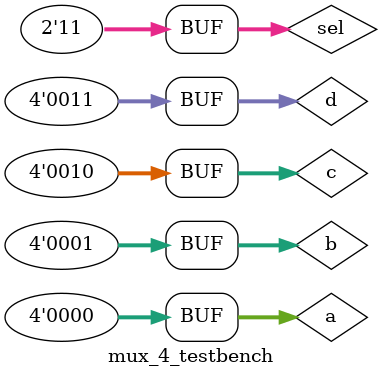
<source format=sv>
/***************************************************
* File: mux.v
* Author: Benjamin Morgan
* Class: EE 271
* Module: mux_testbench
* Description: A simple 2 to 1 multiplexor circuit
****************************************************/
module mux_4_testbench;

// Definicion de entradas
reg [3:0] a;
reg [3:0] b;
reg [3:0] c;
reg [3:0] d;

// Definicion de select
reg [1:0] sel;

// Definicion de salida
wire [3:0] out;

// Constante de tiempo
parameter stimDelay = 10;

// Inicializacion
mux_4 DUT( a, b, c, d, sel, out );


initial
begin
 sel = 2'b00; a = 0; b = 1; c = 2; d = 3;

 #(stimDelay) 
 #(stimDelay) sel = 2'b00;
 #(stimDelay) sel = 2'b01;
 #(stimDelay) sel = 2'b10;
 #(stimDelay) sel = 2'b11;
 
#100; //Let simulation finish
end
endmodule
</source>
